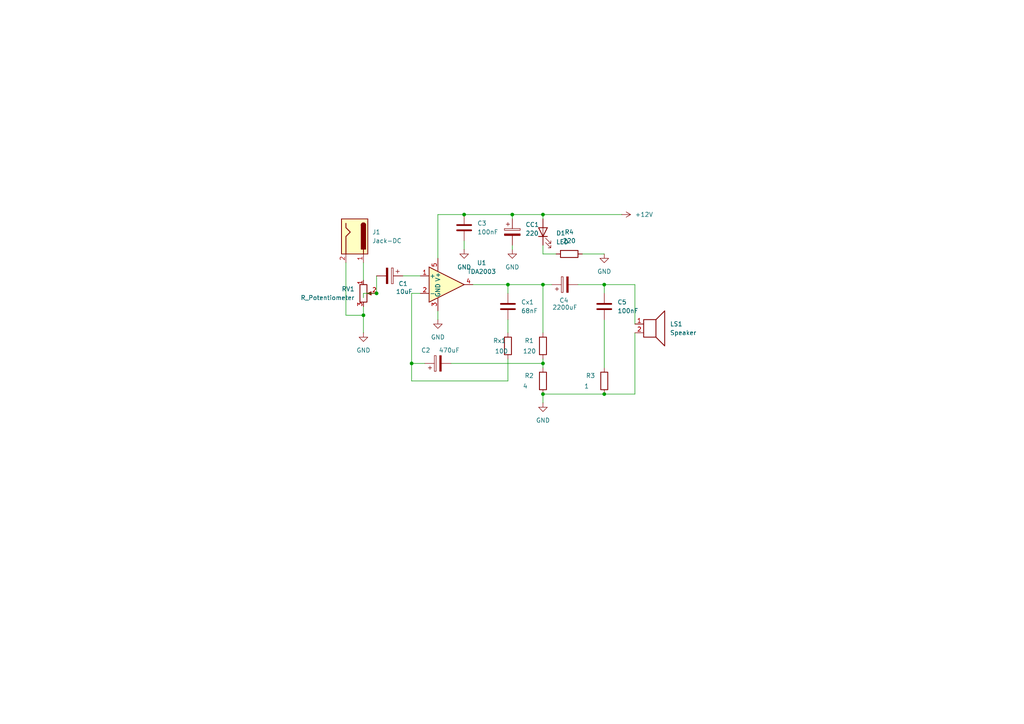
<source format=kicad_sch>
(kicad_sch
	(version 20231120)
	(generator "eeschema")
	(generator_version "8.0")
	(uuid "b453cd83-f78c-4cdb-aff1-42b5bf99b15c")
	(paper "A4")
	(lib_symbols
		(symbol "Amplifier_Audio:TDA2003"
			(pin_names
				(offset 0.127)
			)
			(exclude_from_sim no)
			(in_bom yes)
			(on_board yes)
			(property "Reference" "U"
				(at 3.81 6.35 0)
				(effects
					(font
						(size 1.27 1.27)
					)
				)
			)
			(property "Value" "TDA2003"
				(at 3.81 3.81 0)
				(effects
					(font
						(size 1.27 1.27)
					)
				)
			)
			(property "Footprint" "Package_TO_SOT_THT:TO-220-5_P3.4x3.7mm_StaggerOdd_Lead3.8mm_Vertical"
				(at 0 0 0)
				(effects
					(font
						(size 1.27 1.27)
						(italic yes)
					)
					(hide yes)
				)
			)
			(property "Datasheet" "http://www.st.com/resource/en/datasheet/cd00000123.pdf"
				(at 0 0 0)
				(effects
					(font
						(size 1.27 1.27)
					)
					(hide yes)
				)
			)
			(property "Description" "10W Car Radio Audio Amplifier, TO-220-5"
				(at 0 0 0)
				(effects
					(font
						(size 1.27 1.27)
					)
					(hide yes)
				)
			)
			(property "ki_keywords" "audio amplifier"
				(at 0 0 0)
				(effects
					(font
						(size 1.27 1.27)
					)
					(hide yes)
				)
			)
			(property "ki_fp_filters" "TO*220*StaggerOdd*"
				(at 0 0 0)
				(effects
					(font
						(size 1.27 1.27)
					)
					(hide yes)
				)
			)
			(symbol "TDA2003_0_1"
				(polyline
					(pts
						(xy -5.08 5.08) (xy 5.08 0) (xy -5.08 -5.08) (xy -5.08 5.08)
					)
					(stroke
						(width 0.254)
						(type default)
					)
					(fill
						(type background)
					)
				)
			)
			(symbol "TDA2003_1_1"
				(pin input line
					(at -7.62 2.54 0)
					(length 2.54)
					(name "+"
						(effects
							(font
								(size 1.27 1.27)
							)
						)
					)
					(number "1"
						(effects
							(font
								(size 1.27 1.27)
							)
						)
					)
				)
				(pin input line
					(at -7.62 -2.54 0)
					(length 2.54)
					(name "-"
						(effects
							(font
								(size 1.27 1.27)
							)
						)
					)
					(number "2"
						(effects
							(font
								(size 1.27 1.27)
							)
						)
					)
				)
				(pin power_in line
					(at -2.54 -7.62 90)
					(length 3.81)
					(name "GND"
						(effects
							(font
								(size 1.27 1.27)
							)
						)
					)
					(number "3"
						(effects
							(font
								(size 1.27 1.27)
							)
						)
					)
				)
				(pin output line
					(at 7.62 0 180)
					(length 2.54)
					(name "~"
						(effects
							(font
								(size 1.27 1.27)
							)
						)
					)
					(number "4"
						(effects
							(font
								(size 1.27 1.27)
							)
						)
					)
				)
				(pin power_in line
					(at -2.54 7.62 270)
					(length 3.81)
					(name "V+"
						(effects
							(font
								(size 1.27 1.27)
							)
						)
					)
					(number "5"
						(effects
							(font
								(size 1.27 1.27)
							)
						)
					)
				)
			)
		)
		(symbol "Connector:Jack-DC"
			(pin_names
				(offset 1.016)
			)
			(exclude_from_sim no)
			(in_bom yes)
			(on_board yes)
			(property "Reference" "J"
				(at 0 5.334 0)
				(effects
					(font
						(size 1.27 1.27)
					)
				)
			)
			(property "Value" "Jack-DC"
				(at 0 -5.08 0)
				(effects
					(font
						(size 1.27 1.27)
					)
				)
			)
			(property "Footprint" ""
				(at 1.27 -1.016 0)
				(effects
					(font
						(size 1.27 1.27)
					)
					(hide yes)
				)
			)
			(property "Datasheet" "~"
				(at 1.27 -1.016 0)
				(effects
					(font
						(size 1.27 1.27)
					)
					(hide yes)
				)
			)
			(property "Description" "DC Barrel Jack"
				(at 0 0 0)
				(effects
					(font
						(size 1.27 1.27)
					)
					(hide yes)
				)
			)
			(property "ki_keywords" "DC power barrel jack connector"
				(at 0 0 0)
				(effects
					(font
						(size 1.27 1.27)
					)
					(hide yes)
				)
			)
			(property "ki_fp_filters" "BarrelJack*"
				(at 0 0 0)
				(effects
					(font
						(size 1.27 1.27)
					)
					(hide yes)
				)
			)
			(symbol "Jack-DC_0_1"
				(rectangle
					(start -5.08 3.81)
					(end 5.08 -3.81)
					(stroke
						(width 0.254)
						(type default)
					)
					(fill
						(type background)
					)
				)
				(arc
					(start -3.302 3.175)
					(mid -3.9343 2.54)
					(end -3.302 1.905)
					(stroke
						(width 0.254)
						(type default)
					)
					(fill
						(type none)
					)
				)
				(arc
					(start -3.302 3.175)
					(mid -3.9343 2.54)
					(end -3.302 1.905)
					(stroke
						(width 0.254)
						(type default)
					)
					(fill
						(type outline)
					)
				)
				(polyline
					(pts
						(xy 5.08 2.54) (xy 3.81 2.54)
					)
					(stroke
						(width 0.254)
						(type default)
					)
					(fill
						(type none)
					)
				)
				(polyline
					(pts
						(xy -3.81 -2.54) (xy -2.54 -2.54) (xy -1.27 -1.27) (xy 0 -2.54) (xy 2.54 -2.54) (xy 5.08 -2.54)
					)
					(stroke
						(width 0.254)
						(type default)
					)
					(fill
						(type none)
					)
				)
				(rectangle
					(start 3.683 3.175)
					(end -3.302 1.905)
					(stroke
						(width 0.254)
						(type default)
					)
					(fill
						(type outline)
					)
				)
			)
			(symbol "Jack-DC_1_1"
				(pin passive line
					(at 7.62 2.54 180)
					(length 2.54)
					(name "~"
						(effects
							(font
								(size 1.27 1.27)
							)
						)
					)
					(number "1"
						(effects
							(font
								(size 1.27 1.27)
							)
						)
					)
				)
				(pin passive line
					(at 7.62 -2.54 180)
					(length 2.54)
					(name "~"
						(effects
							(font
								(size 1.27 1.27)
							)
						)
					)
					(number "2"
						(effects
							(font
								(size 1.27 1.27)
							)
						)
					)
				)
			)
		)
		(symbol "Device:C"
			(pin_numbers hide)
			(pin_names
				(offset 0.254)
			)
			(exclude_from_sim no)
			(in_bom yes)
			(on_board yes)
			(property "Reference" "C"
				(at 0.635 2.54 0)
				(effects
					(font
						(size 1.27 1.27)
					)
					(justify left)
				)
			)
			(property "Value" "C"
				(at 0.635 -2.54 0)
				(effects
					(font
						(size 1.27 1.27)
					)
					(justify left)
				)
			)
			(property "Footprint" ""
				(at 0.9652 -3.81 0)
				(effects
					(font
						(size 1.27 1.27)
					)
					(hide yes)
				)
			)
			(property "Datasheet" "~"
				(at 0 0 0)
				(effects
					(font
						(size 1.27 1.27)
					)
					(hide yes)
				)
			)
			(property "Description" "Unpolarized capacitor"
				(at 0 0 0)
				(effects
					(font
						(size 1.27 1.27)
					)
					(hide yes)
				)
			)
			(property "ki_keywords" "cap capacitor"
				(at 0 0 0)
				(effects
					(font
						(size 1.27 1.27)
					)
					(hide yes)
				)
			)
			(property "ki_fp_filters" "C_*"
				(at 0 0 0)
				(effects
					(font
						(size 1.27 1.27)
					)
					(hide yes)
				)
			)
			(symbol "C_0_1"
				(polyline
					(pts
						(xy -2.032 -0.762) (xy 2.032 -0.762)
					)
					(stroke
						(width 0.508)
						(type default)
					)
					(fill
						(type none)
					)
				)
				(polyline
					(pts
						(xy -2.032 0.762) (xy 2.032 0.762)
					)
					(stroke
						(width 0.508)
						(type default)
					)
					(fill
						(type none)
					)
				)
			)
			(symbol "C_1_1"
				(pin passive line
					(at 0 3.81 270)
					(length 2.794)
					(name "~"
						(effects
							(font
								(size 1.27 1.27)
							)
						)
					)
					(number "1"
						(effects
							(font
								(size 1.27 1.27)
							)
						)
					)
				)
				(pin passive line
					(at 0 -3.81 90)
					(length 2.794)
					(name "~"
						(effects
							(font
								(size 1.27 1.27)
							)
						)
					)
					(number "2"
						(effects
							(font
								(size 1.27 1.27)
							)
						)
					)
				)
			)
		)
		(symbol "Device:C_Polarized"
			(pin_numbers hide)
			(pin_names
				(offset 0.254)
			)
			(exclude_from_sim no)
			(in_bom yes)
			(on_board yes)
			(property "Reference" "C"
				(at 0.635 2.54 0)
				(effects
					(font
						(size 1.27 1.27)
					)
					(justify left)
				)
			)
			(property "Value" "C_Polarized"
				(at 0.635 -2.54 0)
				(effects
					(font
						(size 1.27 1.27)
					)
					(justify left)
				)
			)
			(property "Footprint" ""
				(at 0.9652 -3.81 0)
				(effects
					(font
						(size 1.27 1.27)
					)
					(hide yes)
				)
			)
			(property "Datasheet" "~"
				(at 0 0 0)
				(effects
					(font
						(size 1.27 1.27)
					)
					(hide yes)
				)
			)
			(property "Description" "Polarized capacitor"
				(at 0 0 0)
				(effects
					(font
						(size 1.27 1.27)
					)
					(hide yes)
				)
			)
			(property "ki_keywords" "cap capacitor"
				(at 0 0 0)
				(effects
					(font
						(size 1.27 1.27)
					)
					(hide yes)
				)
			)
			(property "ki_fp_filters" "CP_*"
				(at 0 0 0)
				(effects
					(font
						(size 1.27 1.27)
					)
					(hide yes)
				)
			)
			(symbol "C_Polarized_0_1"
				(rectangle
					(start -2.286 0.508)
					(end 2.286 1.016)
					(stroke
						(width 0)
						(type default)
					)
					(fill
						(type none)
					)
				)
				(polyline
					(pts
						(xy -1.778 2.286) (xy -0.762 2.286)
					)
					(stroke
						(width 0)
						(type default)
					)
					(fill
						(type none)
					)
				)
				(polyline
					(pts
						(xy -1.27 2.794) (xy -1.27 1.778)
					)
					(stroke
						(width 0)
						(type default)
					)
					(fill
						(type none)
					)
				)
				(rectangle
					(start 2.286 -0.508)
					(end -2.286 -1.016)
					(stroke
						(width 0)
						(type default)
					)
					(fill
						(type outline)
					)
				)
			)
			(symbol "C_Polarized_1_1"
				(pin passive line
					(at 0 3.81 270)
					(length 2.794)
					(name "~"
						(effects
							(font
								(size 1.27 1.27)
							)
						)
					)
					(number "1"
						(effects
							(font
								(size 1.27 1.27)
							)
						)
					)
				)
				(pin passive line
					(at 0 -3.81 90)
					(length 2.794)
					(name "~"
						(effects
							(font
								(size 1.27 1.27)
							)
						)
					)
					(number "2"
						(effects
							(font
								(size 1.27 1.27)
							)
						)
					)
				)
			)
		)
		(symbol "Device:LED"
			(pin_numbers hide)
			(pin_names
				(offset 1.016) hide)
			(exclude_from_sim no)
			(in_bom yes)
			(on_board yes)
			(property "Reference" "D"
				(at 0 2.54 0)
				(effects
					(font
						(size 1.27 1.27)
					)
				)
			)
			(property "Value" "LED"
				(at 0 -2.54 0)
				(effects
					(font
						(size 1.27 1.27)
					)
				)
			)
			(property "Footprint" ""
				(at 0 0 0)
				(effects
					(font
						(size 1.27 1.27)
					)
					(hide yes)
				)
			)
			(property "Datasheet" "~"
				(at 0 0 0)
				(effects
					(font
						(size 1.27 1.27)
					)
					(hide yes)
				)
			)
			(property "Description" "Light emitting diode"
				(at 0 0 0)
				(effects
					(font
						(size 1.27 1.27)
					)
					(hide yes)
				)
			)
			(property "ki_keywords" "LED diode"
				(at 0 0 0)
				(effects
					(font
						(size 1.27 1.27)
					)
					(hide yes)
				)
			)
			(property "ki_fp_filters" "LED* LED_SMD:* LED_THT:*"
				(at 0 0 0)
				(effects
					(font
						(size 1.27 1.27)
					)
					(hide yes)
				)
			)
			(symbol "LED_0_1"
				(polyline
					(pts
						(xy -1.27 -1.27) (xy -1.27 1.27)
					)
					(stroke
						(width 0.254)
						(type default)
					)
					(fill
						(type none)
					)
				)
				(polyline
					(pts
						(xy -1.27 0) (xy 1.27 0)
					)
					(stroke
						(width 0)
						(type default)
					)
					(fill
						(type none)
					)
				)
				(polyline
					(pts
						(xy 1.27 -1.27) (xy 1.27 1.27) (xy -1.27 0) (xy 1.27 -1.27)
					)
					(stroke
						(width 0.254)
						(type default)
					)
					(fill
						(type none)
					)
				)
				(polyline
					(pts
						(xy -3.048 -0.762) (xy -4.572 -2.286) (xy -3.81 -2.286) (xy -4.572 -2.286) (xy -4.572 -1.524)
					)
					(stroke
						(width 0)
						(type default)
					)
					(fill
						(type none)
					)
				)
				(polyline
					(pts
						(xy -1.778 -0.762) (xy -3.302 -2.286) (xy -2.54 -2.286) (xy -3.302 -2.286) (xy -3.302 -1.524)
					)
					(stroke
						(width 0)
						(type default)
					)
					(fill
						(type none)
					)
				)
			)
			(symbol "LED_1_1"
				(pin passive line
					(at -3.81 0 0)
					(length 2.54)
					(name "K"
						(effects
							(font
								(size 1.27 1.27)
							)
						)
					)
					(number "1"
						(effects
							(font
								(size 1.27 1.27)
							)
						)
					)
				)
				(pin passive line
					(at 3.81 0 180)
					(length 2.54)
					(name "A"
						(effects
							(font
								(size 1.27 1.27)
							)
						)
					)
					(number "2"
						(effects
							(font
								(size 1.27 1.27)
							)
						)
					)
				)
			)
		)
		(symbol "Device:R"
			(pin_numbers hide)
			(pin_names
				(offset 0)
			)
			(exclude_from_sim no)
			(in_bom yes)
			(on_board yes)
			(property "Reference" "R"
				(at 2.032 0 90)
				(effects
					(font
						(size 1.27 1.27)
					)
				)
			)
			(property "Value" "R"
				(at 0 0 90)
				(effects
					(font
						(size 1.27 1.27)
					)
				)
			)
			(property "Footprint" ""
				(at -1.778 0 90)
				(effects
					(font
						(size 1.27 1.27)
					)
					(hide yes)
				)
			)
			(property "Datasheet" "~"
				(at 0 0 0)
				(effects
					(font
						(size 1.27 1.27)
					)
					(hide yes)
				)
			)
			(property "Description" "Resistor"
				(at 0 0 0)
				(effects
					(font
						(size 1.27 1.27)
					)
					(hide yes)
				)
			)
			(property "ki_keywords" "R res resistor"
				(at 0 0 0)
				(effects
					(font
						(size 1.27 1.27)
					)
					(hide yes)
				)
			)
			(property "ki_fp_filters" "R_*"
				(at 0 0 0)
				(effects
					(font
						(size 1.27 1.27)
					)
					(hide yes)
				)
			)
			(symbol "R_0_1"
				(rectangle
					(start -1.016 -2.54)
					(end 1.016 2.54)
					(stroke
						(width 0.254)
						(type default)
					)
					(fill
						(type none)
					)
				)
			)
			(symbol "R_1_1"
				(pin passive line
					(at 0 3.81 270)
					(length 1.27)
					(name "~"
						(effects
							(font
								(size 1.27 1.27)
							)
						)
					)
					(number "1"
						(effects
							(font
								(size 1.27 1.27)
							)
						)
					)
				)
				(pin passive line
					(at 0 -3.81 90)
					(length 1.27)
					(name "~"
						(effects
							(font
								(size 1.27 1.27)
							)
						)
					)
					(number "2"
						(effects
							(font
								(size 1.27 1.27)
							)
						)
					)
				)
			)
		)
		(symbol "Device:R_Potentiometer"
			(pin_names
				(offset 1.016) hide)
			(exclude_from_sim no)
			(in_bom yes)
			(on_board yes)
			(property "Reference" "RV"
				(at -4.445 0 90)
				(effects
					(font
						(size 1.27 1.27)
					)
				)
			)
			(property "Value" "R_Potentiometer"
				(at -2.54 0 90)
				(effects
					(font
						(size 1.27 1.27)
					)
				)
			)
			(property "Footprint" ""
				(at 0 0 0)
				(effects
					(font
						(size 1.27 1.27)
					)
					(hide yes)
				)
			)
			(property "Datasheet" "~"
				(at 0 0 0)
				(effects
					(font
						(size 1.27 1.27)
					)
					(hide yes)
				)
			)
			(property "Description" "Potentiometer"
				(at 0 0 0)
				(effects
					(font
						(size 1.27 1.27)
					)
					(hide yes)
				)
			)
			(property "ki_keywords" "resistor variable"
				(at 0 0 0)
				(effects
					(font
						(size 1.27 1.27)
					)
					(hide yes)
				)
			)
			(property "ki_fp_filters" "Potentiometer*"
				(at 0 0 0)
				(effects
					(font
						(size 1.27 1.27)
					)
					(hide yes)
				)
			)
			(symbol "R_Potentiometer_0_1"
				(polyline
					(pts
						(xy 2.54 0) (xy 1.524 0)
					)
					(stroke
						(width 0)
						(type default)
					)
					(fill
						(type none)
					)
				)
				(polyline
					(pts
						(xy 1.143 0) (xy 2.286 0.508) (xy 2.286 -0.508) (xy 1.143 0)
					)
					(stroke
						(width 0)
						(type default)
					)
					(fill
						(type outline)
					)
				)
				(rectangle
					(start 1.016 2.54)
					(end -1.016 -2.54)
					(stroke
						(width 0.254)
						(type default)
					)
					(fill
						(type none)
					)
				)
			)
			(symbol "R_Potentiometer_1_1"
				(pin passive line
					(at 0 3.81 270)
					(length 1.27)
					(name "1"
						(effects
							(font
								(size 1.27 1.27)
							)
						)
					)
					(number "1"
						(effects
							(font
								(size 1.27 1.27)
							)
						)
					)
				)
				(pin passive line
					(at 3.81 0 180)
					(length 1.27)
					(name "2"
						(effects
							(font
								(size 1.27 1.27)
							)
						)
					)
					(number "2"
						(effects
							(font
								(size 1.27 1.27)
							)
						)
					)
				)
				(pin passive line
					(at 0 -3.81 90)
					(length 1.27)
					(name "3"
						(effects
							(font
								(size 1.27 1.27)
							)
						)
					)
					(number "3"
						(effects
							(font
								(size 1.27 1.27)
							)
						)
					)
				)
			)
		)
		(symbol "Device:Speaker"
			(pin_names
				(offset 0) hide)
			(exclude_from_sim no)
			(in_bom yes)
			(on_board yes)
			(property "Reference" "LS"
				(at 1.27 5.715 0)
				(effects
					(font
						(size 1.27 1.27)
					)
					(justify right)
				)
			)
			(property "Value" "Speaker"
				(at 1.27 3.81 0)
				(effects
					(font
						(size 1.27 1.27)
					)
					(justify right)
				)
			)
			(property "Footprint" ""
				(at 0 -5.08 0)
				(effects
					(font
						(size 1.27 1.27)
					)
					(hide yes)
				)
			)
			(property "Datasheet" "~"
				(at -0.254 -1.27 0)
				(effects
					(font
						(size 1.27 1.27)
					)
					(hide yes)
				)
			)
			(property "Description" "Speaker"
				(at 0 0 0)
				(effects
					(font
						(size 1.27 1.27)
					)
					(hide yes)
				)
			)
			(property "ki_keywords" "speaker sound"
				(at 0 0 0)
				(effects
					(font
						(size 1.27 1.27)
					)
					(hide yes)
				)
			)
			(symbol "Speaker_0_0"
				(rectangle
					(start -2.54 1.27)
					(end 1.016 -3.81)
					(stroke
						(width 0.254)
						(type default)
					)
					(fill
						(type none)
					)
				)
				(polyline
					(pts
						(xy 1.016 1.27) (xy 3.556 3.81) (xy 3.556 -6.35) (xy 1.016 -3.81)
					)
					(stroke
						(width 0.254)
						(type default)
					)
					(fill
						(type none)
					)
				)
			)
			(symbol "Speaker_1_1"
				(pin input line
					(at -5.08 0 0)
					(length 2.54)
					(name "1"
						(effects
							(font
								(size 1.27 1.27)
							)
						)
					)
					(number "1"
						(effects
							(font
								(size 1.27 1.27)
							)
						)
					)
				)
				(pin input line
					(at -5.08 -2.54 0)
					(length 2.54)
					(name "2"
						(effects
							(font
								(size 1.27 1.27)
							)
						)
					)
					(number "2"
						(effects
							(font
								(size 1.27 1.27)
							)
						)
					)
				)
			)
		)
		(symbol "power:+12V"
			(power)
			(pin_numbers hide)
			(pin_names
				(offset 0) hide)
			(exclude_from_sim no)
			(in_bom yes)
			(on_board yes)
			(property "Reference" "#PWR"
				(at 0 -3.81 0)
				(effects
					(font
						(size 1.27 1.27)
					)
					(hide yes)
				)
			)
			(property "Value" "+12V"
				(at 0 3.556 0)
				(effects
					(font
						(size 1.27 1.27)
					)
				)
			)
			(property "Footprint" ""
				(at 0 0 0)
				(effects
					(font
						(size 1.27 1.27)
					)
					(hide yes)
				)
			)
			(property "Datasheet" ""
				(at 0 0 0)
				(effects
					(font
						(size 1.27 1.27)
					)
					(hide yes)
				)
			)
			(property "Description" "Power symbol creates a global label with name \"+12V\""
				(at 0 0 0)
				(effects
					(font
						(size 1.27 1.27)
					)
					(hide yes)
				)
			)
			(property "ki_keywords" "global power"
				(at 0 0 0)
				(effects
					(font
						(size 1.27 1.27)
					)
					(hide yes)
				)
			)
			(symbol "+12V_0_1"
				(polyline
					(pts
						(xy -0.762 1.27) (xy 0 2.54)
					)
					(stroke
						(width 0)
						(type default)
					)
					(fill
						(type none)
					)
				)
				(polyline
					(pts
						(xy 0 0) (xy 0 2.54)
					)
					(stroke
						(width 0)
						(type default)
					)
					(fill
						(type none)
					)
				)
				(polyline
					(pts
						(xy 0 2.54) (xy 0.762 1.27)
					)
					(stroke
						(width 0)
						(type default)
					)
					(fill
						(type none)
					)
				)
			)
			(symbol "+12V_1_1"
				(pin power_in line
					(at 0 0 90)
					(length 0)
					(name "~"
						(effects
							(font
								(size 1.27 1.27)
							)
						)
					)
					(number "1"
						(effects
							(font
								(size 1.27 1.27)
							)
						)
					)
				)
			)
		)
		(symbol "power:GND"
			(power)
			(pin_numbers hide)
			(pin_names
				(offset 0) hide)
			(exclude_from_sim no)
			(in_bom yes)
			(on_board yes)
			(property "Reference" "#PWR"
				(at 0 -6.35 0)
				(effects
					(font
						(size 1.27 1.27)
					)
					(hide yes)
				)
			)
			(property "Value" "GND"
				(at 0 -3.81 0)
				(effects
					(font
						(size 1.27 1.27)
					)
				)
			)
			(property "Footprint" ""
				(at 0 0 0)
				(effects
					(font
						(size 1.27 1.27)
					)
					(hide yes)
				)
			)
			(property "Datasheet" ""
				(at 0 0 0)
				(effects
					(font
						(size 1.27 1.27)
					)
					(hide yes)
				)
			)
			(property "Description" "Power symbol creates a global label with name \"GND\" , ground"
				(at 0 0 0)
				(effects
					(font
						(size 1.27 1.27)
					)
					(hide yes)
				)
			)
			(property "ki_keywords" "global power"
				(at 0 0 0)
				(effects
					(font
						(size 1.27 1.27)
					)
					(hide yes)
				)
			)
			(symbol "GND_0_1"
				(polyline
					(pts
						(xy 0 0) (xy 0 -1.27) (xy 1.27 -1.27) (xy 0 -2.54) (xy -1.27 -1.27) (xy 0 -1.27)
					)
					(stroke
						(width 0)
						(type default)
					)
					(fill
						(type none)
					)
				)
			)
			(symbol "GND_1_1"
				(pin power_in line
					(at 0 0 270)
					(length 0)
					(name "~"
						(effects
							(font
								(size 1.27 1.27)
							)
						)
					)
					(number "1"
						(effects
							(font
								(size 1.27 1.27)
							)
						)
					)
				)
			)
		)
	)
	(junction
		(at 105.41 91.44)
		(diameter 0)
		(color 0 0 0 0)
		(uuid "1badc718-1963-44d0-8ebb-09b051c09c24")
	)
	(junction
		(at 148.59 62.23)
		(diameter 0)
		(color 0 0 0 0)
		(uuid "3e2fe270-3a71-45fc-87ef-f41e689d3812")
	)
	(junction
		(at 157.48 105.41)
		(diameter 0)
		(color 0 0 0 0)
		(uuid "5aee84ca-16af-44a2-ae10-0999f51b6a39")
	)
	(junction
		(at 134.62 62.23)
		(diameter 0)
		(color 0 0 0 0)
		(uuid "79a66d01-93f1-4d47-9617-fc219bb06fae")
	)
	(junction
		(at 157.48 114.3)
		(diameter 0)
		(color 0 0 0 0)
		(uuid "82a6d9d3-9633-4e8e-b11d-e080f4284a59")
	)
	(junction
		(at 147.32 82.55)
		(diameter 0)
		(color 0 0 0 0)
		(uuid "96146799-ed2f-42b6-a540-c0b46a223e5f")
	)
	(junction
		(at 109.22 85.09)
		(diameter 0)
		(color 0 0 0 0)
		(uuid "b0dd4235-92c2-4c79-a181-06f4c3d776ec")
	)
	(junction
		(at 157.48 82.55)
		(diameter 0)
		(color 0 0 0 0)
		(uuid "c446ee9b-b1ad-4fe1-9d1e-70aecc97adbc")
	)
	(junction
		(at 157.48 62.23)
		(diameter 0)
		(color 0 0 0 0)
		(uuid "cb8a4cde-d335-4b1d-96ae-55981932a3a9")
	)
	(junction
		(at 119.38 105.41)
		(diameter 0)
		(color 0 0 0 0)
		(uuid "d6751c3c-4e96-4f67-8939-5a19ae8f927f")
	)
	(junction
		(at 175.26 114.3)
		(diameter 0)
		(color 0 0 0 0)
		(uuid "e22b8efc-acde-4ffd-b1d3-29bb9970201a")
	)
	(junction
		(at 175.26 82.55)
		(diameter 0)
		(color 0 0 0 0)
		(uuid "f2d34359-7312-4e57-bff2-2dbabb8e63b5")
	)
	(wire
		(pts
			(xy 184.15 96.52) (xy 184.15 114.3)
		)
		(stroke
			(width 0)
			(type default)
		)
		(uuid "0cad1252-b0c1-42ce-bae5-6f946fd2cca9")
	)
	(wire
		(pts
			(xy 147.32 104.14) (xy 147.32 110.49)
		)
		(stroke
			(width 0)
			(type default)
		)
		(uuid "0eaa1404-7223-4992-95c3-630ad2e57da0")
	)
	(wire
		(pts
			(xy 148.59 62.23) (xy 157.48 62.23)
		)
		(stroke
			(width 0)
			(type default)
		)
		(uuid "17a8fe2b-bb79-4aaa-b165-eba4b93b5635")
	)
	(wire
		(pts
			(xy 127 62.23) (xy 134.62 62.23)
		)
		(stroke
			(width 0)
			(type default)
		)
		(uuid "1c7e20d3-94d6-41da-a772-5d58243b71c3")
	)
	(wire
		(pts
			(xy 184.15 93.98) (xy 184.15 82.55)
		)
		(stroke
			(width 0)
			(type default)
		)
		(uuid "1cab80cd-8532-4022-9f48-ea3863ec0792")
	)
	(wire
		(pts
			(xy 105.41 85.09) (xy 105.41 86.36)
		)
		(stroke
			(width 0)
			(type default)
		)
		(uuid "1d1364ea-3d35-4c00-b163-bb158dc4edaf")
	)
	(wire
		(pts
			(xy 157.48 105.41) (xy 130.81 105.41)
		)
		(stroke
			(width 0)
			(type default)
		)
		(uuid "2351d1ca-4fd8-4874-a471-d8d7ae08ccda")
	)
	(wire
		(pts
			(xy 157.48 114.3) (xy 175.26 114.3)
		)
		(stroke
			(width 0)
			(type default)
		)
		(uuid "29e9a287-b4b6-4363-8548-8075191e7269")
	)
	(wire
		(pts
			(xy 121.92 85.09) (xy 119.38 85.09)
		)
		(stroke
			(width 0)
			(type default)
		)
		(uuid "3d2a58dd-d1ec-4a03-a139-aed27f24cdc3")
	)
	(wire
		(pts
			(xy 137.16 82.55) (xy 147.32 82.55)
		)
		(stroke
			(width 0)
			(type default)
		)
		(uuid "3e8084a7-4ad5-4ab5-890d-6ef4381cd784")
	)
	(wire
		(pts
			(xy 157.48 82.55) (xy 160.02 82.55)
		)
		(stroke
			(width 0)
			(type default)
		)
		(uuid "3ef1ee94-b6a4-45b0-9e1f-f501624ffbbb")
	)
	(wire
		(pts
			(xy 147.32 92.71) (xy 147.32 96.52)
		)
		(stroke
			(width 0)
			(type default)
		)
		(uuid "4e857941-d037-4072-ac8b-da13f01b18c0")
	)
	(wire
		(pts
			(xy 157.48 82.55) (xy 157.48 96.52)
		)
		(stroke
			(width 0)
			(type default)
		)
		(uuid "4f29d813-67a7-4341-8220-8a88edbffa8b")
	)
	(wire
		(pts
			(xy 175.26 92.71) (xy 175.26 106.68)
		)
		(stroke
			(width 0)
			(type default)
		)
		(uuid "589e7afe-fc33-4e23-91fe-afa918bf0dca")
	)
	(wire
		(pts
			(xy 157.48 104.14) (xy 157.48 105.41)
		)
		(stroke
			(width 0)
			(type default)
		)
		(uuid "5f0f476f-d9e1-4fd5-a720-c6db98655908")
	)
	(wire
		(pts
			(xy 119.38 105.41) (xy 123.19 105.41)
		)
		(stroke
			(width 0)
			(type default)
		)
		(uuid "664bbb77-442f-47cd-8068-849260aa05fd")
	)
	(wire
		(pts
			(xy 168.91 73.66) (xy 175.26 73.66)
		)
		(stroke
			(width 0)
			(type default)
		)
		(uuid "66946c5c-9ff9-4f9e-8ef3-5afdb90a75d2")
	)
	(wire
		(pts
			(xy 157.48 73.66) (xy 161.29 73.66)
		)
		(stroke
			(width 0)
			(type default)
		)
		(uuid "675d34a7-853b-40f5-a270-a2c0e5e1cb4a")
	)
	(wire
		(pts
			(xy 157.48 63.5) (xy 157.48 62.23)
		)
		(stroke
			(width 0)
			(type default)
		)
		(uuid "6939d2a2-23e0-4fbf-85bb-5299c12f4f41")
	)
	(wire
		(pts
			(xy 105.41 76.2) (xy 105.41 81.28)
		)
		(stroke
			(width 0)
			(type default)
		)
		(uuid "69c6527c-838a-4a01-9e40-529a037be0e5")
	)
	(wire
		(pts
			(xy 157.48 114.3) (xy 157.48 116.84)
		)
		(stroke
			(width 0)
			(type default)
		)
		(uuid "6d0e3c98-c9d5-4003-baad-42a6a3378b87")
	)
	(wire
		(pts
			(xy 157.48 71.12) (xy 157.48 73.66)
		)
		(stroke
			(width 0)
			(type default)
		)
		(uuid "72cf1154-e708-4d55-9a26-472fbce9494f")
	)
	(wire
		(pts
			(xy 134.62 72.39) (xy 134.62 69.85)
		)
		(stroke
			(width 0)
			(type default)
		)
		(uuid "76761787-b485-4d93-9b9d-dbfc589ead83")
	)
	(wire
		(pts
			(xy 116.84 80.01) (xy 121.92 80.01)
		)
		(stroke
			(width 0)
			(type default)
		)
		(uuid "8a4bb338-6249-462b-9b35-3edbe61a86cc")
	)
	(wire
		(pts
			(xy 119.38 110.49) (xy 119.38 105.41)
		)
		(stroke
			(width 0)
			(type default)
		)
		(uuid "8fdfc548-769a-4936-93ac-b93787cc6841")
	)
	(wire
		(pts
			(xy 119.38 85.09) (xy 119.38 105.41)
		)
		(stroke
			(width 0)
			(type default)
		)
		(uuid "9b50ec02-4bb8-4dd2-b4ab-32e909df505f")
	)
	(wire
		(pts
			(xy 127 90.17) (xy 127 92.71)
		)
		(stroke
			(width 0)
			(type default)
		)
		(uuid "a0f87001-af24-45b3-948f-0d153006c84b")
	)
	(wire
		(pts
			(xy 180.34 62.23) (xy 157.48 62.23)
		)
		(stroke
			(width 0)
			(type default)
		)
		(uuid "a31cf7a5-1456-4d40-898a-fa97ac1b90a2")
	)
	(wire
		(pts
			(xy 147.32 82.55) (xy 147.32 85.09)
		)
		(stroke
			(width 0)
			(type default)
		)
		(uuid "a56b321e-73d4-4b63-94fe-681cbd9a17d8")
	)
	(wire
		(pts
			(xy 175.26 85.09) (xy 175.26 82.55)
		)
		(stroke
			(width 0)
			(type default)
		)
		(uuid "aae03be9-3eeb-4873-8e6b-2165d8c93130")
	)
	(wire
		(pts
			(xy 157.48 105.41) (xy 157.48 106.68)
		)
		(stroke
			(width 0)
			(type default)
		)
		(uuid "abbe3014-e84b-4ed1-a874-e9add0c9e4b4")
	)
	(wire
		(pts
			(xy 175.26 82.55) (xy 167.64 82.55)
		)
		(stroke
			(width 0)
			(type default)
		)
		(uuid "b05119cb-0c58-4fe1-ac76-f4bd033777c2")
	)
	(wire
		(pts
			(xy 109.22 80.01) (xy 109.22 85.09)
		)
		(stroke
			(width 0)
			(type default)
		)
		(uuid "b1a8ff17-1867-4e2d-b816-42ea68a60176")
	)
	(wire
		(pts
			(xy 147.32 82.55) (xy 157.48 82.55)
		)
		(stroke
			(width 0)
			(type default)
		)
		(uuid "b1cd1810-52ee-4919-91a9-6d8172258e20")
	)
	(wire
		(pts
			(xy 148.59 62.23) (xy 134.62 62.23)
		)
		(stroke
			(width 0)
			(type default)
		)
		(uuid "b35238d3-a8e9-4aa3-84c0-e8fee5b0b1e0")
	)
	(wire
		(pts
			(xy 148.59 71.12) (xy 148.59 72.39)
		)
		(stroke
			(width 0)
			(type default)
		)
		(uuid "b9552f6b-52f7-4c71-82a5-827153bf938e")
	)
	(wire
		(pts
			(xy 109.22 85.09) (xy 105.41 85.09)
		)
		(stroke
			(width 0)
			(type default)
		)
		(uuid "c7bc5855-5286-4b89-b078-b21a77bf05eb")
	)
	(wire
		(pts
			(xy 147.32 110.49) (xy 119.38 110.49)
		)
		(stroke
			(width 0)
			(type default)
		)
		(uuid "c7d6ad5a-3aed-41d5-a436-04ae79844f7e")
	)
	(wire
		(pts
			(xy 148.59 63.5) (xy 148.59 62.23)
		)
		(stroke
			(width 0)
			(type default)
		)
		(uuid "d852c190-1ef4-442a-8c1e-5a1216839978")
	)
	(wire
		(pts
			(xy 100.33 76.2) (xy 100.33 91.44)
		)
		(stroke
			(width 0)
			(type default)
		)
		(uuid "d8748eb7-7763-4c69-8036-1b9b6a9944c5")
	)
	(wire
		(pts
			(xy 127 74.93) (xy 127 62.23)
		)
		(stroke
			(width 0)
			(type default)
		)
		(uuid "dc36698b-56d9-446d-bdb6-745e0978096b")
	)
	(wire
		(pts
			(xy 100.33 91.44) (xy 105.41 91.44)
		)
		(stroke
			(width 0)
			(type default)
		)
		(uuid "e4bc3083-eef7-45f6-ad1f-6d3d309ab037")
	)
	(wire
		(pts
			(xy 175.26 82.55) (xy 184.15 82.55)
		)
		(stroke
			(width 0)
			(type default)
		)
		(uuid "f0a50eb4-471f-4aa0-8147-da7501ece5a6")
	)
	(wire
		(pts
			(xy 105.41 88.9) (xy 105.41 91.44)
		)
		(stroke
			(width 0)
			(type default)
		)
		(uuid "f1ac4ba0-2d74-46f0-b024-2068c66de025")
	)
	(wire
		(pts
			(xy 184.15 114.3) (xy 175.26 114.3)
		)
		(stroke
			(width 0)
			(type default)
		)
		(uuid "f4ff8ead-796a-4c35-89aa-0c0ae8833a7c")
	)
	(wire
		(pts
			(xy 105.41 91.44) (xy 105.41 96.52)
		)
		(stroke
			(width 0)
			(type default)
		)
		(uuid "ff825ee4-bdc3-424f-a8fe-445784f1fa78")
	)
	(symbol
		(lib_id "power:GND")
		(at 127 92.71 0)
		(unit 1)
		(exclude_from_sim no)
		(in_bom yes)
		(on_board yes)
		(dnp no)
		(fields_autoplaced yes)
		(uuid "0ea5fd7d-dc51-45db-91cb-ad0e612f6705")
		(property "Reference" "#PWR03"
			(at 127 99.06 0)
			(effects
				(font
					(size 1.27 1.27)
				)
				(hide yes)
			)
		)
		(property "Value" "GND"
			(at 127 97.79 0)
			(effects
				(font
					(size 1.27 1.27)
				)
			)
		)
		(property "Footprint" ""
			(at 127 92.71 0)
			(effects
				(font
					(size 1.27 1.27)
				)
				(hide yes)
			)
		)
		(property "Datasheet" ""
			(at 127 92.71 0)
			(effects
				(font
					(size 1.27 1.27)
				)
				(hide yes)
			)
		)
		(property "Description" "Power symbol creates a global label with name \"GND\" , ground"
			(at 127 92.71 0)
			(effects
				(font
					(size 1.27 1.27)
				)
				(hide yes)
			)
		)
		(pin "1"
			(uuid "de0aa505-afa4-4c07-a982-09b7143a2181")
		)
		(instances
			(project "pcb"
				(path "/b453cd83-f78c-4cdb-aff1-42b5bf99b15c"
					(reference "#PWR03")
					(unit 1)
				)
			)
		)
	)
	(symbol
		(lib_id "power:GND")
		(at 157.48 116.84 0)
		(unit 1)
		(exclude_from_sim no)
		(in_bom yes)
		(on_board yes)
		(dnp no)
		(fields_autoplaced yes)
		(uuid "18513ccb-e7ac-4fb4-82c2-4317e5ac4f81")
		(property "Reference" "#PWR04"
			(at 157.48 123.19 0)
			(effects
				(font
					(size 1.27 1.27)
				)
				(hide yes)
			)
		)
		(property "Value" "GND"
			(at 157.48 121.92 0)
			(effects
				(font
					(size 1.27 1.27)
				)
			)
		)
		(property "Footprint" ""
			(at 157.48 116.84 0)
			(effects
				(font
					(size 1.27 1.27)
				)
				(hide yes)
			)
		)
		(property "Datasheet" ""
			(at 157.48 116.84 0)
			(effects
				(font
					(size 1.27 1.27)
				)
				(hide yes)
			)
		)
		(property "Description" "Power symbol creates a global label with name \"GND\" , ground"
			(at 157.48 116.84 0)
			(effects
				(font
					(size 1.27 1.27)
				)
				(hide yes)
			)
		)
		(pin "1"
			(uuid "685d2808-c08d-424e-9866-12885ef13c7e")
		)
		(instances
			(project "pcb"
				(path "/b453cd83-f78c-4cdb-aff1-42b5bf99b15c"
					(reference "#PWR04")
					(unit 1)
				)
			)
		)
	)
	(symbol
		(lib_id "Device:R")
		(at 157.48 100.33 0)
		(unit 1)
		(exclude_from_sim no)
		(in_bom yes)
		(on_board yes)
		(dnp no)
		(uuid "1c16962f-0ce0-4c55-bc49-44300f200f1b")
		(property "Reference" "R1"
			(at 152.146 98.806 0)
			(effects
				(font
					(size 1.27 1.27)
				)
				(justify left)
			)
		)
		(property "Value" "120"
			(at 151.638 101.854 0)
			(effects
				(font
					(size 1.27 1.27)
				)
				(justify left)
			)
		)
		(property "Footprint" "Resistor_THT:R_Axial_DIN0204_L3.6mm_D1.6mm_P7.62mm_Horizontal"
			(at 155.702 100.33 90)
			(effects
				(font
					(size 1.27 1.27)
				)
				(hide yes)
			)
		)
		(property "Datasheet" "~"
			(at 157.48 100.33 0)
			(effects
				(font
					(size 1.27 1.27)
				)
				(hide yes)
			)
		)
		(property "Description" "Resistor"
			(at 157.48 100.33 0)
			(effects
				(font
					(size 1.27 1.27)
				)
				(hide yes)
			)
		)
		(pin "1"
			(uuid "30f0b87f-2b3c-48ef-889c-ca58e487fd23")
		)
		(pin "2"
			(uuid "465f2717-2dba-4344-b8b0-eb2fc8af0640")
		)
		(instances
			(project "pcb"
				(path "/b453cd83-f78c-4cdb-aff1-42b5bf99b15c"
					(reference "R1")
					(unit 1)
				)
			)
		)
	)
	(symbol
		(lib_id "power:+12V")
		(at 180.34 62.23 270)
		(unit 1)
		(exclude_from_sim no)
		(in_bom yes)
		(on_board yes)
		(dnp no)
		(fields_autoplaced yes)
		(uuid "215bd785-dfdb-4d49-893e-d38855b610c2")
		(property "Reference" "#PWR07"
			(at 176.53 62.23 0)
			(effects
				(font
					(size 1.27 1.27)
				)
				(hide yes)
			)
		)
		(property "Value" "+12V"
			(at 184.15 62.2299 90)
			(effects
				(font
					(size 1.27 1.27)
				)
				(justify left)
			)
		)
		(property "Footprint" ""
			(at 180.34 62.23 0)
			(effects
				(font
					(size 1.27 1.27)
				)
				(hide yes)
			)
		)
		(property "Datasheet" ""
			(at 180.34 62.23 0)
			(effects
				(font
					(size 1.27 1.27)
				)
				(hide yes)
			)
		)
		(property "Description" "Power symbol creates a global label with name \"+12V\""
			(at 180.34 62.23 0)
			(effects
				(font
					(size 1.27 1.27)
				)
				(hide yes)
			)
		)
		(pin "1"
			(uuid "05f8a08e-4b4c-4022-bfc8-1baf2af3dc2b")
		)
		(instances
			(project ""
				(path "/b453cd83-f78c-4cdb-aff1-42b5bf99b15c"
					(reference "#PWR07")
					(unit 1)
				)
			)
		)
	)
	(symbol
		(lib_id "Connector:Jack-DC")
		(at 102.87 68.58 270)
		(unit 1)
		(exclude_from_sim no)
		(in_bom yes)
		(on_board yes)
		(dnp no)
		(fields_autoplaced yes)
		(uuid "2e13954f-7c5d-4dc8-ad93-c41625ddabd7")
		(property "Reference" "J1"
			(at 107.95 67.3099 90)
			(effects
				(font
					(size 1.27 1.27)
				)
				(justify left)
			)
		)
		(property "Value" "Jack-DC"
			(at 107.95 69.8499 90)
			(effects
				(font
					(size 1.27 1.27)
				)
				(justify left)
			)
		)
		(property "Footprint" ""
			(at 101.854 69.85 0)
			(effects
				(font
					(size 1.27 1.27)
				)
				(hide yes)
			)
		)
		(property "Datasheet" "~"
			(at 101.854 69.85 0)
			(effects
				(font
					(size 1.27 1.27)
				)
				(hide yes)
			)
		)
		(property "Description" "DC Barrel Jack"
			(at 102.87 68.58 0)
			(effects
				(font
					(size 1.27 1.27)
				)
				(hide yes)
			)
		)
		(pin "1"
			(uuid "eea70d04-0ff2-4bee-8086-f2ad3604dbad")
		)
		(pin "2"
			(uuid "e38fc15e-ed89-434e-bde4-33c8b988cb17")
		)
		(instances
			(project ""
				(path "/b453cd83-f78c-4cdb-aff1-42b5bf99b15c"
					(reference "J1")
					(unit 1)
				)
			)
		)
	)
	(symbol
		(lib_id "power:GND")
		(at 175.26 73.66 0)
		(unit 1)
		(exclude_from_sim no)
		(in_bom yes)
		(on_board yes)
		(dnp no)
		(fields_autoplaced yes)
		(uuid "3030c9b8-8684-4cd3-b67d-4a5456390cc3")
		(property "Reference" "#PWR06"
			(at 175.26 80.01 0)
			(effects
				(font
					(size 1.27 1.27)
				)
				(hide yes)
			)
		)
		(property "Value" "GND"
			(at 175.26 78.74 0)
			(effects
				(font
					(size 1.27 1.27)
				)
			)
		)
		(property "Footprint" ""
			(at 175.26 73.66 0)
			(effects
				(font
					(size 1.27 1.27)
				)
				(hide yes)
			)
		)
		(property "Datasheet" ""
			(at 175.26 73.66 0)
			(effects
				(font
					(size 1.27 1.27)
				)
				(hide yes)
			)
		)
		(property "Description" "Power symbol creates a global label with name \"GND\" , ground"
			(at 175.26 73.66 0)
			(effects
				(font
					(size 1.27 1.27)
				)
				(hide yes)
			)
		)
		(pin "1"
			(uuid "126272fc-f4dd-4b1c-a9b2-4a375d8434b4")
		)
		(instances
			(project "pcb"
				(path "/b453cd83-f78c-4cdb-aff1-42b5bf99b15c"
					(reference "#PWR06")
					(unit 1)
				)
			)
		)
	)
	(symbol
		(lib_id "Device:Speaker")
		(at 189.23 93.98 0)
		(unit 1)
		(exclude_from_sim no)
		(in_bom yes)
		(on_board yes)
		(dnp no)
		(fields_autoplaced yes)
		(uuid "37bcbdcd-636e-4ef4-ada6-bc688b5d1961")
		(property "Reference" "LS1"
			(at 194.31 93.9799 0)
			(effects
				(font
					(size 1.27 1.27)
				)
				(justify left)
			)
		)
		(property "Value" "Speaker"
			(at 194.31 96.5199 0)
			(effects
				(font
					(size 1.27 1.27)
				)
				(justify left)
			)
		)
		(property "Footprint" ""
			(at 189.23 99.06 0)
			(effects
				(font
					(size 1.27 1.27)
				)
				(hide yes)
			)
		)
		(property "Datasheet" "~"
			(at 188.976 95.25 0)
			(effects
				(font
					(size 1.27 1.27)
				)
				(hide yes)
			)
		)
		(property "Description" "Speaker"
			(at 189.23 93.98 0)
			(effects
				(font
					(size 1.27 1.27)
				)
				(hide yes)
			)
		)
		(pin "1"
			(uuid "5752107a-6bce-49d4-8361-5d1641efb17c")
		)
		(pin "2"
			(uuid "f740ead0-c01a-44a0-9075-9337486d711f")
		)
		(instances
			(project ""
				(path "/b453cd83-f78c-4cdb-aff1-42b5bf99b15c"
					(reference "LS1")
					(unit 1)
				)
			)
		)
	)
	(symbol
		(lib_id "Amplifier_Audio:TDA2003")
		(at 129.54 82.55 0)
		(unit 1)
		(exclude_from_sim no)
		(in_bom yes)
		(on_board yes)
		(dnp no)
		(fields_autoplaced yes)
		(uuid "3c49b463-3bc6-4983-83fb-f06a56c9e64d")
		(property "Reference" "U1"
			(at 139.7 76.2314 0)
			(effects
				(font
					(size 1.27 1.27)
				)
			)
		)
		(property "Value" "TDA2003"
			(at 139.7 78.7714 0)
			(effects
				(font
					(size 1.27 1.27)
				)
			)
		)
		(property "Footprint" "Package_TO_SOT_THT:TO-220-5_P3.4x3.7mm_StaggerOdd_Lead3.8mm_Vertical"
			(at 129.54 82.55 0)
			(effects
				(font
					(size 1.27 1.27)
					(italic yes)
				)
				(hide yes)
			)
		)
		(property "Datasheet" "http://www.st.com/resource/en/datasheet/cd00000123.pdf"
			(at 129.54 82.55 0)
			(effects
				(font
					(size 1.27 1.27)
				)
				(hide yes)
			)
		)
		(property "Description" "10W Car Radio Audio Amplifier, TO-220-5"
			(at 129.54 82.55 0)
			(effects
				(font
					(size 1.27 1.27)
				)
				(hide yes)
			)
		)
		(pin "4"
			(uuid "23c2bfb3-88ed-4b0e-b4e2-142fd124c224")
		)
		(pin "2"
			(uuid "138ca042-ddff-4823-878d-da05f0650cce")
		)
		(pin "5"
			(uuid "66b36a4c-f5c8-4072-8abd-d45765696d9a")
		)
		(pin "1"
			(uuid "5e84ab1c-f259-4476-a0e2-a235c5ce69e8")
		)
		(pin "3"
			(uuid "d43c3d60-113c-4501-8a42-0482e671322d")
		)
		(instances
			(project ""
				(path "/b453cd83-f78c-4cdb-aff1-42b5bf99b15c"
					(reference "U1")
					(unit 1)
				)
			)
		)
	)
	(symbol
		(lib_id "power:GND")
		(at 105.41 96.52 0)
		(unit 1)
		(exclude_from_sim no)
		(in_bom yes)
		(on_board yes)
		(dnp no)
		(fields_autoplaced yes)
		(uuid "3d220551-94e0-4d24-8663-38c946143e80")
		(property "Reference" "#PWR05"
			(at 105.41 102.87 0)
			(effects
				(font
					(size 1.27 1.27)
				)
				(hide yes)
			)
		)
		(property "Value" "GND"
			(at 105.41 101.6 0)
			(effects
				(font
					(size 1.27 1.27)
				)
			)
		)
		(property "Footprint" ""
			(at 105.41 96.52 0)
			(effects
				(font
					(size 1.27 1.27)
				)
				(hide yes)
			)
		)
		(property "Datasheet" ""
			(at 105.41 96.52 0)
			(effects
				(font
					(size 1.27 1.27)
				)
				(hide yes)
			)
		)
		(property "Description" "Power symbol creates a global label with name \"GND\" , ground"
			(at 105.41 96.52 0)
			(effects
				(font
					(size 1.27 1.27)
				)
				(hide yes)
			)
		)
		(pin "1"
			(uuid "d29e02c8-f75d-4563-b22b-447102282f45")
		)
		(instances
			(project "pcb"
				(path "/b453cd83-f78c-4cdb-aff1-42b5bf99b15c"
					(reference "#PWR05")
					(unit 1)
				)
			)
		)
	)
	(symbol
		(lib_id "Device:R_Potentiometer")
		(at 105.41 85.09 0)
		(unit 1)
		(exclude_from_sim no)
		(in_bom yes)
		(on_board yes)
		(dnp no)
		(fields_autoplaced yes)
		(uuid "408ee1fe-8bc4-47bb-85b8-c34e4faf4039")
		(property "Reference" "RV1"
			(at 102.87 83.8199 0)
			(effects
				(font
					(size 1.27 1.27)
				)
				(justify right)
			)
		)
		(property "Value" "R_Potentiometer"
			(at 102.87 86.3599 0)
			(effects
				(font
					(size 1.27 1.27)
				)
				(justify right)
			)
		)
		(property "Footprint" ""
			(at 105.41 85.09 0)
			(effects
				(font
					(size 1.27 1.27)
				)
				(hide yes)
			)
		)
		(property "Datasheet" "~"
			(at 105.41 85.09 0)
			(effects
				(font
					(size 1.27 1.27)
				)
				(hide yes)
			)
		)
		(property "Description" "Potentiometer"
			(at 105.41 85.09 0)
			(effects
				(font
					(size 1.27 1.27)
				)
				(hide yes)
			)
		)
		(pin "1"
			(uuid "e316bdc5-329d-4fd1-bef5-5f0c9c4f0b35")
		)
		(pin "2"
			(uuid "4e826bc1-491d-4c6a-bfd1-b2d5bdac2bd2")
		)
		(pin "3"
			(uuid "25db7e93-631a-46b4-b029-03d8b1689245")
		)
		(instances
			(project ""
				(path "/b453cd83-f78c-4cdb-aff1-42b5bf99b15c"
					(reference "RV1")
					(unit 1)
				)
			)
		)
	)
	(symbol
		(lib_id "Device:R")
		(at 147.32 100.33 0)
		(unit 1)
		(exclude_from_sim no)
		(in_bom yes)
		(on_board yes)
		(dnp no)
		(uuid "49a59481-c74c-44b5-98c8-792eec5ba657")
		(property "Reference" "Rx1"
			(at 143.002 98.806 0)
			(effects
				(font
					(size 1.27 1.27)
				)
				(justify left)
			)
		)
		(property "Value" "100"
			(at 143.51 101.854 0)
			(effects
				(font
					(size 1.27 1.27)
				)
				(justify left)
			)
		)
		(property "Footprint" "Resistor_THT:R_Axial_DIN0204_L3.6mm_D1.6mm_P5.08mm_Horizontal"
			(at 145.542 100.33 90)
			(effects
				(font
					(size 1.27 1.27)
				)
				(hide yes)
			)
		)
		(property "Datasheet" "~"
			(at 147.32 100.33 0)
			(effects
				(font
					(size 1.27 1.27)
				)
				(hide yes)
			)
		)
		(property "Description" "Resistor"
			(at 147.32 100.33 0)
			(effects
				(font
					(size 1.27 1.27)
				)
				(hide yes)
			)
		)
		(pin "1"
			(uuid "9b24df90-f405-4144-aee0-23b3c2170905")
		)
		(pin "2"
			(uuid "7ceed42c-2c8b-4708-9535-b6daaa50d6ee")
		)
		(instances
			(project ""
				(path "/b453cd83-f78c-4cdb-aff1-42b5bf99b15c"
					(reference "Rx1")
					(unit 1)
				)
			)
		)
	)
	(symbol
		(lib_id "Device:LED")
		(at 157.48 67.31 90)
		(unit 1)
		(exclude_from_sim no)
		(in_bom yes)
		(on_board yes)
		(dnp no)
		(fields_autoplaced yes)
		(uuid "5080aeff-5bec-4506-b66f-414d597fbe31")
		(property "Reference" "D1"
			(at 161.29 67.6274 90)
			(effects
				(font
					(size 1.27 1.27)
				)
				(justify right)
			)
		)
		(property "Value" "LED"
			(at 161.29 70.1674 90)
			(effects
				(font
					(size 1.27 1.27)
				)
				(justify right)
			)
		)
		(property "Footprint" ""
			(at 157.48 67.31 0)
			(effects
				(font
					(size 1.27 1.27)
				)
				(hide yes)
			)
		)
		(property "Datasheet" "~"
			(at 157.48 67.31 0)
			(effects
				(font
					(size 1.27 1.27)
				)
				(hide yes)
			)
		)
		(property "Description" "Light emitting diode"
			(at 157.48 67.31 0)
			(effects
				(font
					(size 1.27 1.27)
				)
				(hide yes)
			)
		)
		(pin "1"
			(uuid "e2bb1067-23fa-4306-a4c4-38fab51d67aa")
		)
		(pin "2"
			(uuid "b15310cf-7bcf-4e8a-b909-b5af9aa64c7c")
		)
		(instances
			(project ""
				(path "/b453cd83-f78c-4cdb-aff1-42b5bf99b15c"
					(reference "D1")
					(unit 1)
				)
			)
		)
	)
	(symbol
		(lib_id "Device:C")
		(at 134.62 66.04 0)
		(unit 1)
		(exclude_from_sim no)
		(in_bom yes)
		(on_board yes)
		(dnp no)
		(fields_autoplaced yes)
		(uuid "511088e7-eecc-4c3d-9c9d-e8c985beca84")
		(property "Reference" "C3"
			(at 138.43 64.7699 0)
			(effects
				(font
					(size 1.27 1.27)
				)
				(justify left)
			)
		)
		(property "Value" "100nF"
			(at 138.43 67.3099 0)
			(effects
				(font
					(size 1.27 1.27)
				)
				(justify left)
			)
		)
		(property "Footprint" "Crystal:Resonator-2Pin_W6.0mm_H3.0mm"
			(at 135.5852 69.85 0)
			(effects
				(font
					(size 1.27 1.27)
				)
				(hide yes)
			)
		)
		(property "Datasheet" "~"
			(at 134.62 66.04 0)
			(effects
				(font
					(size 1.27 1.27)
				)
				(hide yes)
			)
		)
		(property "Description" "Unpolarized capacitor"
			(at 134.62 66.04 0)
			(effects
				(font
					(size 1.27 1.27)
				)
				(hide yes)
			)
		)
		(pin "2"
			(uuid "b37bfe68-8291-4305-9400-c9b638596a07")
		)
		(pin "1"
			(uuid "2014c191-9bb1-4a90-908e-75aad69c52f5")
		)
		(instances
			(project "pcb"
				(path "/b453cd83-f78c-4cdb-aff1-42b5bf99b15c"
					(reference "C3")
					(unit 1)
				)
			)
		)
	)
	(symbol
		(lib_id "Device:C")
		(at 147.32 88.9 0)
		(unit 1)
		(exclude_from_sim no)
		(in_bom yes)
		(on_board yes)
		(dnp no)
		(fields_autoplaced yes)
		(uuid "5752b339-1f2d-4432-ba2a-5b00764d7f4e")
		(property "Reference" "Cx1"
			(at 151.13 87.6299 0)
			(effects
				(font
					(size 1.27 1.27)
				)
				(justify left)
			)
		)
		(property "Value" "68nF"
			(at 151.13 90.1699 0)
			(effects
				(font
					(size 1.27 1.27)
				)
				(justify left)
			)
		)
		(property "Footprint" "Crystal:Resonator-2Pin_W6.0mm_H3.0mm"
			(at 148.2852 92.71 0)
			(effects
				(font
					(size 1.27 1.27)
				)
				(hide yes)
			)
		)
		(property "Datasheet" "~"
			(at 147.32 88.9 0)
			(effects
				(font
					(size 1.27 1.27)
				)
				(hide yes)
			)
		)
		(property "Description" "Unpolarized capacitor"
			(at 147.32 88.9 0)
			(effects
				(font
					(size 1.27 1.27)
				)
				(hide yes)
			)
		)
		(pin "2"
			(uuid "f88e62b0-62db-405c-8973-455c0be9a898")
		)
		(pin "1"
			(uuid "46f76740-d5f3-453d-8296-6de4eb337e19")
		)
		(instances
			(project "pcb"
				(path "/b453cd83-f78c-4cdb-aff1-42b5bf99b15c"
					(reference "Cx1")
					(unit 1)
				)
			)
		)
	)
	(symbol
		(lib_id "Device:R")
		(at 157.48 110.49 0)
		(unit 1)
		(exclude_from_sim no)
		(in_bom yes)
		(on_board yes)
		(dnp no)
		(uuid "690b2bd7-58ff-496e-a359-cd00ac934bb4")
		(property "Reference" "R2"
			(at 152.146 108.966 0)
			(effects
				(font
					(size 1.27 1.27)
				)
				(justify left)
			)
		)
		(property "Value" "4"
			(at 151.638 112.014 0)
			(effects
				(font
					(size 1.27 1.27)
				)
				(justify left)
			)
		)
		(property "Footprint" "Resistor_THT:R_Axial_DIN0204_L3.6mm_D1.6mm_P5.08mm_Horizontal"
			(at 155.702 110.49 90)
			(effects
				(font
					(size 1.27 1.27)
				)
				(hide yes)
			)
		)
		(property "Datasheet" "~"
			(at 157.48 110.49 0)
			(effects
				(font
					(size 1.27 1.27)
				)
				(hide yes)
			)
		)
		(property "Description" "Resistor"
			(at 157.48 110.49 0)
			(effects
				(font
					(size 1.27 1.27)
				)
				(hide yes)
			)
		)
		(pin "1"
			(uuid "5d2918cc-7da5-445a-ba9c-58f6177eac05")
		)
		(pin "2"
			(uuid "ebf39bca-8dd1-4d8b-a0f3-ab5144984fa9")
		)
		(instances
			(project "pcb"
				(path "/b453cd83-f78c-4cdb-aff1-42b5bf99b15c"
					(reference "R2")
					(unit 1)
				)
			)
		)
	)
	(symbol
		(lib_id "Device:C_Polarized")
		(at 113.03 80.01 270)
		(unit 1)
		(exclude_from_sim no)
		(in_bom yes)
		(on_board yes)
		(dnp no)
		(uuid "6f04b9a5-9b45-448a-a590-115124db3385")
		(property "Reference" "C1"
			(at 115.57 82.296 90)
			(effects
				(font
					(size 1.27 1.27)
				)
				(justify left)
			)
		)
		(property "Value" "10uF"
			(at 114.808 84.582 90)
			(effects
				(font
					(size 1.27 1.27)
				)
				(justify left)
			)
		)
		(property "Footprint" "Capacitor_THT:CP_Radial_D4.0mm_P1.50mm"
			(at 109.22 80.9752 0)
			(effects
				(font
					(size 1.27 1.27)
				)
				(hide yes)
			)
		)
		(property "Datasheet" "~"
			(at 113.03 80.01 0)
			(effects
				(font
					(size 1.27 1.27)
				)
				(hide yes)
			)
		)
		(property "Description" "Polarized capacitor"
			(at 113.03 80.01 0)
			(effects
				(font
					(size 1.27 1.27)
				)
				(hide yes)
			)
		)
		(pin "2"
			(uuid "664d8e33-37ce-493a-bcd2-13adb638b5e6")
		)
		(pin "1"
			(uuid "d5bb45d2-6b00-4868-a460-e89156e0cd3d")
		)
		(instances
			(project "pcb"
				(path "/b453cd83-f78c-4cdb-aff1-42b5bf99b15c"
					(reference "C1")
					(unit 1)
				)
			)
		)
	)
	(symbol
		(lib_id "Device:R")
		(at 165.1 73.66 90)
		(unit 1)
		(exclude_from_sim no)
		(in_bom yes)
		(on_board yes)
		(dnp no)
		(fields_autoplaced yes)
		(uuid "7dc3f7f4-9732-4605-83f6-4e76f34fbebe")
		(property "Reference" "R4"
			(at 165.1 67.31 90)
			(effects
				(font
					(size 1.27 1.27)
				)
			)
		)
		(property "Value" "220"
			(at 165.1 69.85 90)
			(effects
				(font
					(size 1.27 1.27)
				)
			)
		)
		(property "Footprint" "Resistor_THT:R_Axial_DIN0204_L3.6mm_D1.6mm_P5.08mm_Horizontal"
			(at 165.1 75.438 90)
			(effects
				(font
					(size 1.27 1.27)
				)
				(hide yes)
			)
		)
		(property "Datasheet" "~"
			(at 165.1 73.66 0)
			(effects
				(font
					(size 1.27 1.27)
				)
				(hide yes)
			)
		)
		(property "Description" "Resistor"
			(at 165.1 73.66 0)
			(effects
				(font
					(size 1.27 1.27)
				)
				(hide yes)
			)
		)
		(pin "2"
			(uuid "51e2e1c8-6627-4927-b4eb-25dfbe72edb5")
		)
		(pin "1"
			(uuid "f370ff65-ce03-4a3c-a3d7-a35103d2d505")
		)
		(instances
			(project ""
				(path "/b453cd83-f78c-4cdb-aff1-42b5bf99b15c"
					(reference "R4")
					(unit 1)
				)
			)
		)
	)
	(symbol
		(lib_id "Device:C")
		(at 175.26 88.9 0)
		(unit 1)
		(exclude_from_sim no)
		(in_bom yes)
		(on_board yes)
		(dnp no)
		(fields_autoplaced yes)
		(uuid "8f4f3d00-20e7-48f7-8536-394e0b03ec04")
		(property "Reference" "C5"
			(at 179.07 87.6299 0)
			(effects
				(font
					(size 1.27 1.27)
				)
				(justify left)
			)
		)
		(property "Value" "100nF"
			(at 179.07 90.1699 0)
			(effects
				(font
					(size 1.27 1.27)
				)
				(justify left)
			)
		)
		(property "Footprint" "Crystal:Resonator-2Pin_W10.0mm_H5.0mm"
			(at 176.2252 92.71 0)
			(effects
				(font
					(size 1.27 1.27)
				)
				(hide yes)
			)
		)
		(property "Datasheet" "~"
			(at 175.26 88.9 0)
			(effects
				(font
					(size 1.27 1.27)
				)
				(hide yes)
			)
		)
		(property "Description" "Unpolarized capacitor"
			(at 175.26 88.9 0)
			(effects
				(font
					(size 1.27 1.27)
				)
				(hide yes)
			)
		)
		(pin "2"
			(uuid "01b69b93-2611-4b33-8d0f-894cceac462f")
		)
		(pin "1"
			(uuid "8b68a25f-dc40-4f0e-95cb-a746bdae13b8")
		)
		(instances
			(project ""
				(path "/b453cd83-f78c-4cdb-aff1-42b5bf99b15c"
					(reference "C5")
					(unit 1)
				)
			)
		)
	)
	(symbol
		(lib_id "power:GND")
		(at 134.62 72.39 0)
		(unit 1)
		(exclude_from_sim no)
		(in_bom yes)
		(on_board yes)
		(dnp no)
		(fields_autoplaced yes)
		(uuid "92a0c871-38e6-4009-a986-81f2ba1868c8")
		(property "Reference" "#PWR01"
			(at 134.62 78.74 0)
			(effects
				(font
					(size 1.27 1.27)
				)
				(hide yes)
			)
		)
		(property "Value" "GND"
			(at 134.62 77.47 0)
			(effects
				(font
					(size 1.27 1.27)
				)
			)
		)
		(property "Footprint" ""
			(at 134.62 72.39 0)
			(effects
				(font
					(size 1.27 1.27)
				)
				(hide yes)
			)
		)
		(property "Datasheet" ""
			(at 134.62 72.39 0)
			(effects
				(font
					(size 1.27 1.27)
				)
				(hide yes)
			)
		)
		(property "Description" "Power symbol creates a global label with name \"GND\" , ground"
			(at 134.62 72.39 0)
			(effects
				(font
					(size 1.27 1.27)
				)
				(hide yes)
			)
		)
		(pin "1"
			(uuid "169674db-f5e8-4bee-8be3-d1fe31d8fa1f")
		)
		(instances
			(project ""
				(path "/b453cd83-f78c-4cdb-aff1-42b5bf99b15c"
					(reference "#PWR01")
					(unit 1)
				)
			)
		)
	)
	(symbol
		(lib_id "Device:C_Polarized")
		(at 127 105.41 90)
		(unit 1)
		(exclude_from_sim no)
		(in_bom yes)
		(on_board yes)
		(dnp no)
		(uuid "a8286ad5-10b4-453b-bff3-53b082a0e18d")
		(property "Reference" "C2"
			(at 124.8409 101.6 90)
			(effects
				(font
					(size 1.27 1.27)
				)
				(justify left)
			)
		)
		(property "Value" "470uF"
			(at 133.35 101.6 90)
			(effects
				(font
					(size 1.27 1.27)
				)
				(justify left)
			)
		)
		(property "Footprint" "Capacitor_THT:CP_Radial_D8.0mm_P3.80mm"
			(at 130.81 104.4448 0)
			(effects
				(font
					(size 1.27 1.27)
				)
				(hide yes)
			)
		)
		(property "Datasheet" "~"
			(at 127 105.41 0)
			(effects
				(font
					(size 1.27 1.27)
				)
				(hide yes)
			)
		)
		(property "Description" "Polarized capacitor"
			(at 127 105.41 0)
			(effects
				(font
					(size 1.27 1.27)
				)
				(hide yes)
			)
		)
		(pin "2"
			(uuid "e31e0953-0211-4612-8eb1-17f30d68965f")
		)
		(pin "1"
			(uuid "557bee32-a2ab-4f4f-ba97-08f8b42d59d8")
		)
		(instances
			(project "pcb"
				(path "/b453cd83-f78c-4cdb-aff1-42b5bf99b15c"
					(reference "C2")
					(unit 1)
				)
			)
		)
	)
	(symbol
		(lib_id "power:GND")
		(at 148.59 72.39 0)
		(unit 1)
		(exclude_from_sim no)
		(in_bom yes)
		(on_board yes)
		(dnp no)
		(fields_autoplaced yes)
		(uuid "bfdf327b-29a0-4f07-963b-9a604812cb50")
		(property "Reference" "#PWR02"
			(at 148.59 78.74 0)
			(effects
				(font
					(size 1.27 1.27)
				)
				(hide yes)
			)
		)
		(property "Value" "GND"
			(at 148.59 77.47 0)
			(effects
				(font
					(size 1.27 1.27)
				)
			)
		)
		(property "Footprint" ""
			(at 148.59 72.39 0)
			(effects
				(font
					(size 1.27 1.27)
				)
				(hide yes)
			)
		)
		(property "Datasheet" ""
			(at 148.59 72.39 0)
			(effects
				(font
					(size 1.27 1.27)
				)
				(hide yes)
			)
		)
		(property "Description" "Power symbol creates a global label with name \"GND\" , ground"
			(at 148.59 72.39 0)
			(effects
				(font
					(size 1.27 1.27)
				)
				(hide yes)
			)
		)
		(pin "1"
			(uuid "f939a963-4abb-4708-8682-8f2a4eea1084")
		)
		(instances
			(project ""
				(path "/b453cd83-f78c-4cdb-aff1-42b5bf99b15c"
					(reference "#PWR02")
					(unit 1)
				)
			)
		)
	)
	(symbol
		(lib_id "Device:R")
		(at 175.26 110.49 0)
		(unit 1)
		(exclude_from_sim no)
		(in_bom yes)
		(on_board yes)
		(dnp no)
		(uuid "c659a8f8-1c82-4b92-b4ad-6d33e94a18ea")
		(property "Reference" "R3"
			(at 169.926 108.966 0)
			(effects
				(font
					(size 1.27 1.27)
				)
				(justify left)
			)
		)
		(property "Value" "1"
			(at 169.418 112.014 0)
			(effects
				(font
					(size 1.27 1.27)
				)
				(justify left)
			)
		)
		(property "Footprint" "Resistor_THT:R_Axial_DIN0204_L3.6mm_D1.6mm_P5.08mm_Horizontal"
			(at 173.482 110.49 90)
			(effects
				(font
					(size 1.27 1.27)
				)
				(hide yes)
			)
		)
		(property "Datasheet" "~"
			(at 175.26 110.49 0)
			(effects
				(font
					(size 1.27 1.27)
				)
				(hide yes)
			)
		)
		(property "Description" "Resistor"
			(at 175.26 110.49 0)
			(effects
				(font
					(size 1.27 1.27)
				)
				(hide yes)
			)
		)
		(pin "1"
			(uuid "2027f19c-d152-44bc-940f-6b57d71432f3")
		)
		(pin "2"
			(uuid "b4ef0d52-30d7-4715-a3c2-a21296ab70a8")
		)
		(instances
			(project "pcb"
				(path "/b453cd83-f78c-4cdb-aff1-42b5bf99b15c"
					(reference "R3")
					(unit 1)
				)
			)
		)
	)
	(symbol
		(lib_id "Device:C_Polarized")
		(at 163.83 82.55 90)
		(unit 1)
		(exclude_from_sim no)
		(in_bom yes)
		(on_board yes)
		(dnp no)
		(uuid "d3544749-a339-4551-a0b0-993ef1eea836")
		(property "Reference" "C4"
			(at 163.576 87.122 90)
			(effects
				(font
					(size 1.27 1.27)
				)
			)
		)
		(property "Value" "2200uF"
			(at 163.83 89.154 90)
			(effects
				(font
					(size 1.27 1.27)
				)
			)
		)
		(property "Footprint" "Capacitor_THT:CP_Radial_D13.0mm_P7.50mm"
			(at 167.64 81.5848 0)
			(effects
				(font
					(size 1.27 1.27)
				)
				(hide yes)
			)
		)
		(property "Datasheet" "~"
			(at 163.83 82.55 0)
			(effects
				(font
					(size 1.27 1.27)
				)
				(hide yes)
			)
		)
		(property "Description" "Polarized capacitor"
			(at 163.83 82.55 0)
			(effects
				(font
					(size 1.27 1.27)
				)
				(hide yes)
			)
		)
		(pin "2"
			(uuid "32b806e1-205f-47d8-8baf-3d209f2718d0")
		)
		(pin "1"
			(uuid "440cc9d7-3fbf-4b3b-af01-6a6baf2f3448")
		)
		(instances
			(project "pcb"
				(path "/b453cd83-f78c-4cdb-aff1-42b5bf99b15c"
					(reference "C4")
					(unit 1)
				)
			)
		)
	)
	(symbol
		(lib_id "Device:C_Polarized")
		(at 148.59 67.31 0)
		(unit 1)
		(exclude_from_sim no)
		(in_bom yes)
		(on_board yes)
		(dnp no)
		(uuid "d3a50413-19ac-4f62-8acb-42339cef7d8d")
		(property "Reference" "CC1"
			(at 152.4 65.1509 0)
			(effects
				(font
					(size 1.27 1.27)
				)
				(justify left)
			)
		)
		(property "Value" "220"
			(at 152.4 67.6909 0)
			(effects
				(font
					(size 1.27 1.27)
				)
				(justify left)
			)
		)
		(property "Footprint" "Capacitor_THT:CP_Radial_D8.0mm_P5.00mm"
			(at 149.5552 71.12 0)
			(effects
				(font
					(size 1.27 1.27)
				)
				(hide yes)
			)
		)
		(property "Datasheet" "~"
			(at 148.59 67.31 0)
			(effects
				(font
					(size 1.27 1.27)
				)
				(hide yes)
			)
		)
		(property "Description" "Polarized capacitor"
			(at 148.59 67.31 0)
			(effects
				(font
					(size 1.27 1.27)
				)
				(hide yes)
			)
		)
		(pin "2"
			(uuid "27fc08ad-50fb-49d0-989a-8a38ef0b876b")
		)
		(pin "1"
			(uuid "02066696-300e-4bc4-ad17-932d76ec5ca4")
		)
		(instances
			(project "pcb"
				(path "/b453cd83-f78c-4cdb-aff1-42b5bf99b15c"
					(reference "CC1")
					(unit 1)
				)
			)
		)
	)
	(sheet_instances
		(path "/"
			(page "1")
		)
	)
)

</source>
